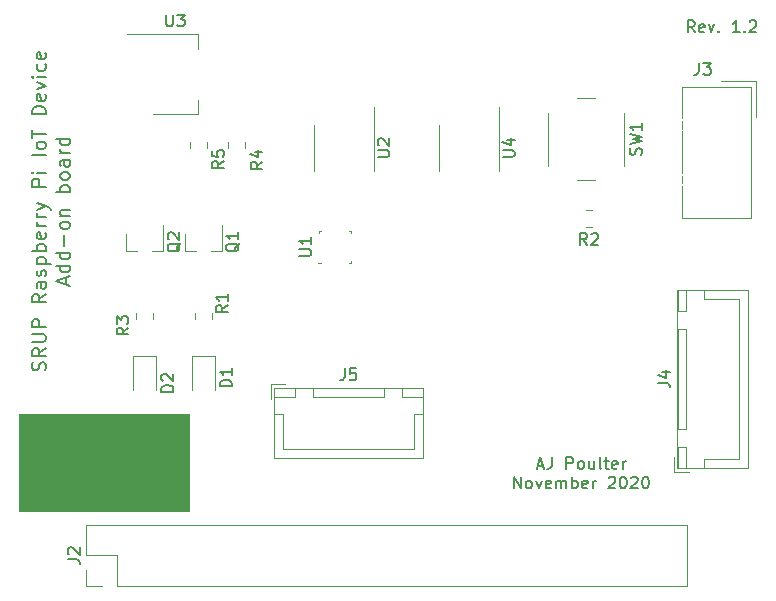
<source format=gbr>
%TF.GenerationSoftware,KiCad,Pcbnew,(5.1.7-0-10_14)*%
%TF.CreationDate,2020-11-05T09:31:43+00:00*%
%TF.ProjectId,ex2device,65783264-6576-4696-9365-2e6b69636164,1.2*%
%TF.SameCoordinates,Original*%
%TF.FileFunction,Legend,Top*%
%TF.FilePolarity,Positive*%
%FSLAX46Y46*%
G04 Gerber Fmt 4.6, Leading zero omitted, Abs format (unit mm)*
G04 Created by KiCad (PCBNEW (5.1.7-0-10_14)) date 2020-11-05 09:31:43*
%MOMM*%
%LPD*%
G01*
G04 APERTURE LIST*
%ADD10C,0.100000*%
%ADD11C,0.200000*%
%ADD12C,0.150000*%
%ADD13C,0.120000*%
G04 APERTURE END LIST*
D10*
G36*
X123400000Y-113000000D02*
G01*
X109000000Y-113000000D01*
X109000000Y-104800000D01*
X123400000Y-104800000D01*
X123400000Y-113000000D01*
G37*
X123400000Y-113000000D02*
X109000000Y-113000000D01*
X109000000Y-104800000D01*
X123400000Y-104800000D01*
X123400000Y-113000000D01*
D11*
X111235714Y-101085714D02*
X111292857Y-100914285D01*
X111292857Y-100628571D01*
X111235714Y-100514285D01*
X111178571Y-100457142D01*
X111064285Y-100400000D01*
X110950000Y-100400000D01*
X110835714Y-100457142D01*
X110778571Y-100514285D01*
X110721428Y-100628571D01*
X110664285Y-100857142D01*
X110607142Y-100971428D01*
X110550000Y-101028571D01*
X110435714Y-101085714D01*
X110321428Y-101085714D01*
X110207142Y-101028571D01*
X110150000Y-100971428D01*
X110092857Y-100857142D01*
X110092857Y-100571428D01*
X110150000Y-100400000D01*
X111292857Y-99200000D02*
X110721428Y-99600000D01*
X111292857Y-99885714D02*
X110092857Y-99885714D01*
X110092857Y-99428571D01*
X110150000Y-99314285D01*
X110207142Y-99257142D01*
X110321428Y-99200000D01*
X110492857Y-99200000D01*
X110607142Y-99257142D01*
X110664285Y-99314285D01*
X110721428Y-99428571D01*
X110721428Y-99885714D01*
X110092857Y-98685714D02*
X111064285Y-98685714D01*
X111178571Y-98628571D01*
X111235714Y-98571428D01*
X111292857Y-98457142D01*
X111292857Y-98228571D01*
X111235714Y-98114285D01*
X111178571Y-98057142D01*
X111064285Y-98000000D01*
X110092857Y-98000000D01*
X111292857Y-97428571D02*
X110092857Y-97428571D01*
X110092857Y-96971428D01*
X110150000Y-96857142D01*
X110207142Y-96800000D01*
X110321428Y-96742857D01*
X110492857Y-96742857D01*
X110607142Y-96800000D01*
X110664285Y-96857142D01*
X110721428Y-96971428D01*
X110721428Y-97428571D01*
X111292857Y-94628571D02*
X110721428Y-95028571D01*
X111292857Y-95314285D02*
X110092857Y-95314285D01*
X110092857Y-94857142D01*
X110150000Y-94742857D01*
X110207142Y-94685714D01*
X110321428Y-94628571D01*
X110492857Y-94628571D01*
X110607142Y-94685714D01*
X110664285Y-94742857D01*
X110721428Y-94857142D01*
X110721428Y-95314285D01*
X111292857Y-93600000D02*
X110664285Y-93600000D01*
X110550000Y-93657142D01*
X110492857Y-93771428D01*
X110492857Y-94000000D01*
X110550000Y-94114285D01*
X111235714Y-93600000D02*
X111292857Y-93714285D01*
X111292857Y-94000000D01*
X111235714Y-94114285D01*
X111121428Y-94171428D01*
X111007142Y-94171428D01*
X110892857Y-94114285D01*
X110835714Y-94000000D01*
X110835714Y-93714285D01*
X110778571Y-93600000D01*
X111235714Y-93085714D02*
X111292857Y-92971428D01*
X111292857Y-92742857D01*
X111235714Y-92628571D01*
X111121428Y-92571428D01*
X111064285Y-92571428D01*
X110950000Y-92628571D01*
X110892857Y-92742857D01*
X110892857Y-92914285D01*
X110835714Y-93028571D01*
X110721428Y-93085714D01*
X110664285Y-93085714D01*
X110550000Y-93028571D01*
X110492857Y-92914285D01*
X110492857Y-92742857D01*
X110550000Y-92628571D01*
X110492857Y-92057142D02*
X111692857Y-92057142D01*
X110550000Y-92057142D02*
X110492857Y-91942857D01*
X110492857Y-91714285D01*
X110550000Y-91600000D01*
X110607142Y-91542857D01*
X110721428Y-91485714D01*
X111064285Y-91485714D01*
X111178571Y-91542857D01*
X111235714Y-91600000D01*
X111292857Y-91714285D01*
X111292857Y-91942857D01*
X111235714Y-92057142D01*
X111292857Y-90971428D02*
X110092857Y-90971428D01*
X110550000Y-90971428D02*
X110492857Y-90857142D01*
X110492857Y-90628571D01*
X110550000Y-90514285D01*
X110607142Y-90457142D01*
X110721428Y-90400000D01*
X111064285Y-90400000D01*
X111178571Y-90457142D01*
X111235714Y-90514285D01*
X111292857Y-90628571D01*
X111292857Y-90857142D01*
X111235714Y-90971428D01*
X111235714Y-89428571D02*
X111292857Y-89542857D01*
X111292857Y-89771428D01*
X111235714Y-89885714D01*
X111121428Y-89942857D01*
X110664285Y-89942857D01*
X110550000Y-89885714D01*
X110492857Y-89771428D01*
X110492857Y-89542857D01*
X110550000Y-89428571D01*
X110664285Y-89371428D01*
X110778571Y-89371428D01*
X110892857Y-89942857D01*
X111292857Y-88857142D02*
X110492857Y-88857142D01*
X110721428Y-88857142D02*
X110607142Y-88800000D01*
X110550000Y-88742857D01*
X110492857Y-88628571D01*
X110492857Y-88514285D01*
X111292857Y-88114285D02*
X110492857Y-88114285D01*
X110721428Y-88114285D02*
X110607142Y-88057142D01*
X110550000Y-88000000D01*
X110492857Y-87885714D01*
X110492857Y-87771428D01*
X110492857Y-87485714D02*
X111292857Y-87200000D01*
X110492857Y-86914285D02*
X111292857Y-87200000D01*
X111578571Y-87314285D01*
X111635714Y-87371428D01*
X111692857Y-87485714D01*
X111292857Y-85542857D02*
X110092857Y-85542857D01*
X110092857Y-85085714D01*
X110150000Y-84971428D01*
X110207142Y-84914285D01*
X110321428Y-84857142D01*
X110492857Y-84857142D01*
X110607142Y-84914285D01*
X110664285Y-84971428D01*
X110721428Y-85085714D01*
X110721428Y-85542857D01*
X111292857Y-84342857D02*
X110492857Y-84342857D01*
X110092857Y-84342857D02*
X110150000Y-84400000D01*
X110207142Y-84342857D01*
X110150000Y-84285714D01*
X110092857Y-84342857D01*
X110207142Y-84342857D01*
X111292857Y-82857142D02*
X110092857Y-82857142D01*
X111292857Y-82114285D02*
X111235714Y-82228571D01*
X111178571Y-82285714D01*
X111064285Y-82342857D01*
X110721428Y-82342857D01*
X110607142Y-82285714D01*
X110550000Y-82228571D01*
X110492857Y-82114285D01*
X110492857Y-81942857D01*
X110550000Y-81828571D01*
X110607142Y-81771428D01*
X110721428Y-81714285D01*
X111064285Y-81714285D01*
X111178571Y-81771428D01*
X111235714Y-81828571D01*
X111292857Y-81942857D01*
X111292857Y-82114285D01*
X110092857Y-81371428D02*
X110092857Y-80685714D01*
X111292857Y-81028571D02*
X110092857Y-81028571D01*
X111292857Y-79371428D02*
X110092857Y-79371428D01*
X110092857Y-79085714D01*
X110150000Y-78914285D01*
X110264285Y-78800000D01*
X110378571Y-78742857D01*
X110607142Y-78685714D01*
X110778571Y-78685714D01*
X111007142Y-78742857D01*
X111121428Y-78800000D01*
X111235714Y-78914285D01*
X111292857Y-79085714D01*
X111292857Y-79371428D01*
X111235714Y-77714285D02*
X111292857Y-77828571D01*
X111292857Y-78057142D01*
X111235714Y-78171428D01*
X111121428Y-78228571D01*
X110664285Y-78228571D01*
X110550000Y-78171428D01*
X110492857Y-78057142D01*
X110492857Y-77828571D01*
X110550000Y-77714285D01*
X110664285Y-77657142D01*
X110778571Y-77657142D01*
X110892857Y-78228571D01*
X110492857Y-77257142D02*
X111292857Y-76971428D01*
X110492857Y-76685714D01*
X111292857Y-76228571D02*
X110492857Y-76228571D01*
X110092857Y-76228571D02*
X110150000Y-76285714D01*
X110207142Y-76228571D01*
X110150000Y-76171428D01*
X110092857Y-76228571D01*
X110207142Y-76228571D01*
X111235714Y-75142857D02*
X111292857Y-75257142D01*
X111292857Y-75485714D01*
X111235714Y-75600000D01*
X111178571Y-75657142D01*
X111064285Y-75714285D01*
X110721428Y-75714285D01*
X110607142Y-75657142D01*
X110550000Y-75600000D01*
X110492857Y-75485714D01*
X110492857Y-75257142D01*
X110550000Y-75142857D01*
X111235714Y-74171428D02*
X111292857Y-74285714D01*
X111292857Y-74514285D01*
X111235714Y-74628571D01*
X111121428Y-74685714D01*
X110664285Y-74685714D01*
X110550000Y-74628571D01*
X110492857Y-74514285D01*
X110492857Y-74285714D01*
X110550000Y-74171428D01*
X110664285Y-74114285D01*
X110778571Y-74114285D01*
X110892857Y-74685714D01*
X112950000Y-93800000D02*
X112950000Y-93228571D01*
X113292857Y-93914285D02*
X112092857Y-93514285D01*
X113292857Y-93114285D01*
X113292857Y-92200000D02*
X112092857Y-92200000D01*
X113235714Y-92200000D02*
X113292857Y-92314285D01*
X113292857Y-92542857D01*
X113235714Y-92657142D01*
X113178571Y-92714285D01*
X113064285Y-92771428D01*
X112721428Y-92771428D01*
X112607142Y-92714285D01*
X112550000Y-92657142D01*
X112492857Y-92542857D01*
X112492857Y-92314285D01*
X112550000Y-92200000D01*
X113292857Y-91114285D02*
X112092857Y-91114285D01*
X113235714Y-91114285D02*
X113292857Y-91228571D01*
X113292857Y-91457142D01*
X113235714Y-91571428D01*
X113178571Y-91628571D01*
X113064285Y-91685714D01*
X112721428Y-91685714D01*
X112607142Y-91628571D01*
X112550000Y-91571428D01*
X112492857Y-91457142D01*
X112492857Y-91228571D01*
X112550000Y-91114285D01*
X112835714Y-90542857D02*
X112835714Y-89628571D01*
X113292857Y-88885714D02*
X113235714Y-89000000D01*
X113178571Y-89057142D01*
X113064285Y-89114285D01*
X112721428Y-89114285D01*
X112607142Y-89057142D01*
X112550000Y-89000000D01*
X112492857Y-88885714D01*
X112492857Y-88714285D01*
X112550000Y-88600000D01*
X112607142Y-88542857D01*
X112721428Y-88485714D01*
X113064285Y-88485714D01*
X113178571Y-88542857D01*
X113235714Y-88600000D01*
X113292857Y-88714285D01*
X113292857Y-88885714D01*
X112492857Y-87971428D02*
X113292857Y-87971428D01*
X112607142Y-87971428D02*
X112550000Y-87914285D01*
X112492857Y-87800000D01*
X112492857Y-87628571D01*
X112550000Y-87514285D01*
X112664285Y-87457142D01*
X113292857Y-87457142D01*
X113292857Y-85971428D02*
X112092857Y-85971428D01*
X112550000Y-85971428D02*
X112492857Y-85857142D01*
X112492857Y-85628571D01*
X112550000Y-85514285D01*
X112607142Y-85457142D01*
X112721428Y-85400000D01*
X113064285Y-85400000D01*
X113178571Y-85457142D01*
X113235714Y-85514285D01*
X113292857Y-85628571D01*
X113292857Y-85857142D01*
X113235714Y-85971428D01*
X113292857Y-84714285D02*
X113235714Y-84828571D01*
X113178571Y-84885714D01*
X113064285Y-84942857D01*
X112721428Y-84942857D01*
X112607142Y-84885714D01*
X112550000Y-84828571D01*
X112492857Y-84714285D01*
X112492857Y-84542857D01*
X112550000Y-84428571D01*
X112607142Y-84371428D01*
X112721428Y-84314285D01*
X113064285Y-84314285D01*
X113178571Y-84371428D01*
X113235714Y-84428571D01*
X113292857Y-84542857D01*
X113292857Y-84714285D01*
X113292857Y-83285714D02*
X112664285Y-83285714D01*
X112550000Y-83342857D01*
X112492857Y-83457142D01*
X112492857Y-83685714D01*
X112550000Y-83800000D01*
X113235714Y-83285714D02*
X113292857Y-83400000D01*
X113292857Y-83685714D01*
X113235714Y-83800000D01*
X113121428Y-83857142D01*
X113007142Y-83857142D01*
X112892857Y-83800000D01*
X112835714Y-83685714D01*
X112835714Y-83400000D01*
X112778571Y-83285714D01*
X113292857Y-82714285D02*
X112492857Y-82714285D01*
X112721428Y-82714285D02*
X112607142Y-82657142D01*
X112550000Y-82600000D01*
X112492857Y-82485714D01*
X112492857Y-82371428D01*
X113292857Y-81457142D02*
X112092857Y-81457142D01*
X113235714Y-81457142D02*
X113292857Y-81571428D01*
X113292857Y-81800000D01*
X113235714Y-81914285D01*
X113178571Y-81971428D01*
X113064285Y-82028571D01*
X112721428Y-82028571D01*
X112607142Y-81971428D01*
X112550000Y-81914285D01*
X112492857Y-81800000D01*
X112492857Y-81571428D01*
X112550000Y-81457142D01*
D12*
X166190476Y-72452380D02*
X165857142Y-71976190D01*
X165619047Y-72452380D02*
X165619047Y-71452380D01*
X166000000Y-71452380D01*
X166095238Y-71500000D01*
X166142857Y-71547619D01*
X166190476Y-71642857D01*
X166190476Y-71785714D01*
X166142857Y-71880952D01*
X166095238Y-71928571D01*
X166000000Y-71976190D01*
X165619047Y-71976190D01*
X167000000Y-72404761D02*
X166904761Y-72452380D01*
X166714285Y-72452380D01*
X166619047Y-72404761D01*
X166571428Y-72309523D01*
X166571428Y-71928571D01*
X166619047Y-71833333D01*
X166714285Y-71785714D01*
X166904761Y-71785714D01*
X167000000Y-71833333D01*
X167047619Y-71928571D01*
X167047619Y-72023809D01*
X166571428Y-72119047D01*
X167380952Y-71785714D02*
X167619047Y-72452380D01*
X167857142Y-71785714D01*
X168238095Y-72357142D02*
X168285714Y-72404761D01*
X168238095Y-72452380D01*
X168190476Y-72404761D01*
X168238095Y-72357142D01*
X168238095Y-72452380D01*
X170000000Y-72452380D02*
X169428571Y-72452380D01*
X169714285Y-72452380D02*
X169714285Y-71452380D01*
X169619047Y-71595238D01*
X169523809Y-71690476D01*
X169428571Y-71738095D01*
X170428571Y-72357142D02*
X170476190Y-72404761D01*
X170428571Y-72452380D01*
X170380952Y-72404761D01*
X170428571Y-72357142D01*
X170428571Y-72452380D01*
X170857142Y-71547619D02*
X170904761Y-71500000D01*
X171000000Y-71452380D01*
X171238095Y-71452380D01*
X171333333Y-71500000D01*
X171380952Y-71547619D01*
X171428571Y-71642857D01*
X171428571Y-71738095D01*
X171380952Y-71880952D01*
X170809523Y-72452380D01*
X171428571Y-72452380D01*
X152909523Y-109141666D02*
X153385714Y-109141666D01*
X152814285Y-109427380D02*
X153147619Y-108427380D01*
X153480952Y-109427380D01*
X154100000Y-108427380D02*
X154100000Y-109141666D01*
X154052380Y-109284523D01*
X153957142Y-109379761D01*
X153814285Y-109427380D01*
X153719047Y-109427380D01*
X155338095Y-109427380D02*
X155338095Y-108427380D01*
X155719047Y-108427380D01*
X155814285Y-108475000D01*
X155861904Y-108522619D01*
X155909523Y-108617857D01*
X155909523Y-108760714D01*
X155861904Y-108855952D01*
X155814285Y-108903571D01*
X155719047Y-108951190D01*
X155338095Y-108951190D01*
X156480952Y-109427380D02*
X156385714Y-109379761D01*
X156338095Y-109332142D01*
X156290476Y-109236904D01*
X156290476Y-108951190D01*
X156338095Y-108855952D01*
X156385714Y-108808333D01*
X156480952Y-108760714D01*
X156623809Y-108760714D01*
X156719047Y-108808333D01*
X156766666Y-108855952D01*
X156814285Y-108951190D01*
X156814285Y-109236904D01*
X156766666Y-109332142D01*
X156719047Y-109379761D01*
X156623809Y-109427380D01*
X156480952Y-109427380D01*
X157671428Y-108760714D02*
X157671428Y-109427380D01*
X157242857Y-108760714D02*
X157242857Y-109284523D01*
X157290476Y-109379761D01*
X157385714Y-109427380D01*
X157528571Y-109427380D01*
X157623809Y-109379761D01*
X157671428Y-109332142D01*
X158290476Y-109427380D02*
X158195238Y-109379761D01*
X158147619Y-109284523D01*
X158147619Y-108427380D01*
X158528571Y-108760714D02*
X158909523Y-108760714D01*
X158671428Y-108427380D02*
X158671428Y-109284523D01*
X158719047Y-109379761D01*
X158814285Y-109427380D01*
X158909523Y-109427380D01*
X159623809Y-109379761D02*
X159528571Y-109427380D01*
X159338095Y-109427380D01*
X159242857Y-109379761D01*
X159195238Y-109284523D01*
X159195238Y-108903571D01*
X159242857Y-108808333D01*
X159338095Y-108760714D01*
X159528571Y-108760714D01*
X159623809Y-108808333D01*
X159671428Y-108903571D01*
X159671428Y-108998809D01*
X159195238Y-109094047D01*
X160100000Y-109427380D02*
X160100000Y-108760714D01*
X160100000Y-108951190D02*
X160147619Y-108855952D01*
X160195238Y-108808333D01*
X160290476Y-108760714D01*
X160385714Y-108760714D01*
X150909523Y-111077380D02*
X150909523Y-110077380D01*
X151480952Y-111077380D01*
X151480952Y-110077380D01*
X152100000Y-111077380D02*
X152004761Y-111029761D01*
X151957142Y-110982142D01*
X151909523Y-110886904D01*
X151909523Y-110601190D01*
X151957142Y-110505952D01*
X152004761Y-110458333D01*
X152100000Y-110410714D01*
X152242857Y-110410714D01*
X152338095Y-110458333D01*
X152385714Y-110505952D01*
X152433333Y-110601190D01*
X152433333Y-110886904D01*
X152385714Y-110982142D01*
X152338095Y-111029761D01*
X152242857Y-111077380D01*
X152100000Y-111077380D01*
X152766666Y-110410714D02*
X153004761Y-111077380D01*
X153242857Y-110410714D01*
X154004761Y-111029761D02*
X153909523Y-111077380D01*
X153719047Y-111077380D01*
X153623809Y-111029761D01*
X153576190Y-110934523D01*
X153576190Y-110553571D01*
X153623809Y-110458333D01*
X153719047Y-110410714D01*
X153909523Y-110410714D01*
X154004761Y-110458333D01*
X154052380Y-110553571D01*
X154052380Y-110648809D01*
X153576190Y-110744047D01*
X154480952Y-111077380D02*
X154480952Y-110410714D01*
X154480952Y-110505952D02*
X154528571Y-110458333D01*
X154623809Y-110410714D01*
X154766666Y-110410714D01*
X154861904Y-110458333D01*
X154909523Y-110553571D01*
X154909523Y-111077380D01*
X154909523Y-110553571D02*
X154957142Y-110458333D01*
X155052380Y-110410714D01*
X155195238Y-110410714D01*
X155290476Y-110458333D01*
X155338095Y-110553571D01*
X155338095Y-111077380D01*
X155814285Y-111077380D02*
X155814285Y-110077380D01*
X155814285Y-110458333D02*
X155909523Y-110410714D01*
X156100000Y-110410714D01*
X156195238Y-110458333D01*
X156242857Y-110505952D01*
X156290476Y-110601190D01*
X156290476Y-110886904D01*
X156242857Y-110982142D01*
X156195238Y-111029761D01*
X156100000Y-111077380D01*
X155909523Y-111077380D01*
X155814285Y-111029761D01*
X157100000Y-111029761D02*
X157004761Y-111077380D01*
X156814285Y-111077380D01*
X156719047Y-111029761D01*
X156671428Y-110934523D01*
X156671428Y-110553571D01*
X156719047Y-110458333D01*
X156814285Y-110410714D01*
X157004761Y-110410714D01*
X157100000Y-110458333D01*
X157147619Y-110553571D01*
X157147619Y-110648809D01*
X156671428Y-110744047D01*
X157576190Y-111077380D02*
X157576190Y-110410714D01*
X157576190Y-110601190D02*
X157623809Y-110505952D01*
X157671428Y-110458333D01*
X157766666Y-110410714D01*
X157861904Y-110410714D01*
X158909523Y-110172619D02*
X158957142Y-110125000D01*
X159052380Y-110077380D01*
X159290476Y-110077380D01*
X159385714Y-110125000D01*
X159433333Y-110172619D01*
X159480952Y-110267857D01*
X159480952Y-110363095D01*
X159433333Y-110505952D01*
X158861904Y-111077380D01*
X159480952Y-111077380D01*
X160100000Y-110077380D02*
X160195238Y-110077380D01*
X160290476Y-110125000D01*
X160338095Y-110172619D01*
X160385714Y-110267857D01*
X160433333Y-110458333D01*
X160433333Y-110696428D01*
X160385714Y-110886904D01*
X160338095Y-110982142D01*
X160290476Y-111029761D01*
X160195238Y-111077380D01*
X160100000Y-111077380D01*
X160004761Y-111029761D01*
X159957142Y-110982142D01*
X159909523Y-110886904D01*
X159861904Y-110696428D01*
X159861904Y-110458333D01*
X159909523Y-110267857D01*
X159957142Y-110172619D01*
X160004761Y-110125000D01*
X160100000Y-110077380D01*
X160814285Y-110172619D02*
X160861904Y-110125000D01*
X160957142Y-110077380D01*
X161195238Y-110077380D01*
X161290476Y-110125000D01*
X161338095Y-110172619D01*
X161385714Y-110267857D01*
X161385714Y-110363095D01*
X161338095Y-110505952D01*
X160766666Y-111077380D01*
X161385714Y-111077380D01*
X162004761Y-110077380D02*
X162100000Y-110077380D01*
X162195238Y-110125000D01*
X162242857Y-110172619D01*
X162290476Y-110267857D01*
X162338095Y-110458333D01*
X162338095Y-110696428D01*
X162290476Y-110886904D01*
X162242857Y-110982142D01*
X162195238Y-111029761D01*
X162100000Y-111077380D01*
X162004761Y-111077380D01*
X161909523Y-111029761D01*
X161861904Y-110982142D01*
X161814285Y-110886904D01*
X161766666Y-110696428D01*
X161766666Y-110458333D01*
X161814285Y-110267857D01*
X161861904Y-110172619D01*
X161909523Y-110125000D01*
X162004761Y-110077380D01*
D13*
%TO.C,U2*%
X133940000Y-82250000D02*
X133940000Y-84200000D01*
X133940000Y-82250000D02*
X133940000Y-80300000D01*
X139060000Y-82250000D02*
X139060000Y-84200000D01*
X139060000Y-82250000D02*
X139060000Y-78800000D01*
%TO.C,U4*%
X144540000Y-82250000D02*
X144540000Y-84200000D01*
X144540000Y-82250000D02*
X144540000Y-80300000D01*
X149660000Y-82250000D02*
X149660000Y-84200000D01*
X149660000Y-82250000D02*
X149660000Y-78800000D01*
%TO.C,SW1*%
X153750000Y-79250000D02*
X153750000Y-83750000D01*
X157750000Y-78000000D02*
X156250000Y-78000000D01*
X160250000Y-83750000D02*
X160250000Y-79250000D01*
X156250000Y-85000000D02*
X157750000Y-85000000D01*
%TO.C,J4*%
X164740000Y-109360000D02*
X170710000Y-109360000D01*
X170710000Y-109360000D02*
X170710000Y-94240000D01*
X170710000Y-94240000D02*
X164740000Y-94240000D01*
X164740000Y-94240000D02*
X164740000Y-109360000D01*
X164750000Y-106050000D02*
X165500000Y-106050000D01*
X165500000Y-106050000D02*
X165500000Y-97550000D01*
X165500000Y-97550000D02*
X164750000Y-97550000D01*
X164750000Y-97550000D02*
X164750000Y-106050000D01*
X164750000Y-109350000D02*
X165500000Y-109350000D01*
X165500000Y-109350000D02*
X165500000Y-107550000D01*
X165500000Y-107550000D02*
X164750000Y-107550000D01*
X164750000Y-107550000D02*
X164750000Y-109350000D01*
X164750000Y-96050000D02*
X165500000Y-96050000D01*
X165500000Y-96050000D02*
X165500000Y-94250000D01*
X165500000Y-94250000D02*
X164750000Y-94250000D01*
X164750000Y-94250000D02*
X164750000Y-96050000D01*
X167000000Y-109350000D02*
X167000000Y-108600000D01*
X167000000Y-108600000D02*
X169950000Y-108600000D01*
X169950000Y-108600000D02*
X169950000Y-101800000D01*
X167000000Y-94250000D02*
X167000000Y-95000000D01*
X167000000Y-95000000D02*
X169950000Y-95000000D01*
X169950000Y-95000000D02*
X169950000Y-101800000D01*
X164450000Y-108400000D02*
X164450000Y-109650000D01*
X164450000Y-109650000D02*
X165700000Y-109650000D01*
%TO.C,J5*%
X130590000Y-102540000D02*
X130590000Y-108510000D01*
X130590000Y-108510000D02*
X143210000Y-108510000D01*
X143210000Y-108510000D02*
X143210000Y-102540000D01*
X143210000Y-102540000D02*
X130590000Y-102540000D01*
X133900000Y-102550000D02*
X133900000Y-103300000D01*
X133900000Y-103300000D02*
X139900000Y-103300000D01*
X139900000Y-103300000D02*
X139900000Y-102550000D01*
X139900000Y-102550000D02*
X133900000Y-102550000D01*
X130600000Y-102550000D02*
X130600000Y-103300000D01*
X130600000Y-103300000D02*
X132400000Y-103300000D01*
X132400000Y-103300000D02*
X132400000Y-102550000D01*
X132400000Y-102550000D02*
X130600000Y-102550000D01*
X141400000Y-102550000D02*
X141400000Y-103300000D01*
X141400000Y-103300000D02*
X143200000Y-103300000D01*
X143200000Y-103300000D02*
X143200000Y-102550000D01*
X143200000Y-102550000D02*
X141400000Y-102550000D01*
X130600000Y-104800000D02*
X131350000Y-104800000D01*
X131350000Y-104800000D02*
X131350000Y-107750000D01*
X131350000Y-107750000D02*
X136900000Y-107750000D01*
X143200000Y-104800000D02*
X142450000Y-104800000D01*
X142450000Y-104800000D02*
X142450000Y-107750000D01*
X142450000Y-107750000D02*
X136900000Y-107750000D01*
X131550000Y-102250000D02*
X130300000Y-102250000D01*
X130300000Y-102250000D02*
X130300000Y-103500000D01*
%TO.C,R5*%
X124935000Y-82227064D02*
X124935000Y-81772936D01*
X123465000Y-82227064D02*
X123465000Y-81772936D01*
%TO.C,R4*%
X128135000Y-82227064D02*
X128135000Y-81772936D01*
X126665000Y-82227064D02*
X126665000Y-81772936D01*
%TO.C,U3*%
X124110000Y-79410000D02*
X124110000Y-78150000D01*
X124110000Y-72590000D02*
X124110000Y-73850000D01*
X120350000Y-79410000D02*
X124110000Y-79410000D01*
X118100000Y-72590000D02*
X124110000Y-72590000D01*
%TO.C,J3*%
X165100000Y-85500000D02*
X165100000Y-88150000D01*
X165100000Y-77100000D02*
X165100000Y-79750000D01*
X165100000Y-88150000D02*
X170950000Y-88150000D01*
X165100000Y-80850000D02*
X165100000Y-84350000D01*
X165100000Y-77100000D02*
X170950000Y-77100000D01*
X170950000Y-77100000D02*
X170950000Y-88150000D01*
X165100000Y-80000000D02*
X165100000Y-80600000D01*
X165100000Y-84600000D02*
X165100000Y-85200000D01*
X168400000Y-76600000D02*
X171400000Y-76600000D01*
X171400000Y-76600000D02*
X171400000Y-79600000D01*
%TO.C,D1*%
X123640000Y-99840000D02*
X123640000Y-102700000D01*
X125560000Y-99840000D02*
X123640000Y-99840000D01*
X125560000Y-102700000D02*
X125560000Y-99840000D01*
%TO.C,D2*%
X120560000Y-102700000D02*
X120560000Y-99840000D01*
X120560000Y-99840000D02*
X118640000Y-99840000D01*
X118640000Y-99840000D02*
X118640000Y-102700000D01*
%TO.C,Q2*%
X118038068Y-90962257D02*
X118968068Y-90962257D01*
X121198068Y-90962257D02*
X120268068Y-90962257D01*
X121198068Y-90962257D02*
X121198068Y-88802257D01*
X118038068Y-90962257D02*
X118038068Y-89502257D01*
%TO.C,R1*%
X125310000Y-96238748D02*
X125310000Y-96761252D01*
X123890000Y-96238748D02*
X123890000Y-96761252D01*
%TO.C,R2*%
X156988748Y-88960000D02*
X157511252Y-88960000D01*
X156988748Y-87540000D02*
X157511252Y-87540000D01*
%TO.C,R3*%
X120310000Y-96238748D02*
X120310000Y-96761252D01*
X118890000Y-96238748D02*
X118890000Y-96761252D01*
%TO.C,J2*%
X165590000Y-119330000D02*
X165590000Y-114130000D01*
X117270000Y-119330000D02*
X165590000Y-119330000D01*
X114670000Y-114130000D02*
X165590000Y-114130000D01*
X117270000Y-119330000D02*
X117270000Y-116730000D01*
X117270000Y-116730000D02*
X114670000Y-116730000D01*
X114670000Y-116730000D02*
X114670000Y-114130000D01*
X116000000Y-119330000D02*
X114670000Y-119330000D01*
X114670000Y-119330000D02*
X114670000Y-118000000D01*
%TO.C,Q1*%
X123018768Y-90962257D02*
X123948768Y-90962257D01*
X126178768Y-90962257D02*
X125248768Y-90962257D01*
X126178768Y-90962257D02*
X126178768Y-88802257D01*
X123018768Y-90962257D02*
X123018768Y-89502257D01*
D10*
%TO.C,U1*%
X134550000Y-92000000D02*
X134300000Y-92000000D01*
X134400000Y-89300000D02*
X134550000Y-89300000D01*
X134400000Y-89450000D02*
X134400000Y-89300000D01*
X137100000Y-89300000D02*
X137100000Y-89450000D01*
X137100000Y-89300000D02*
X136950000Y-89300000D01*
X137100000Y-92000000D02*
X136950000Y-92000000D01*
X137110000Y-92000000D02*
X137110000Y-91850000D01*
%TO.C,U2*%
D12*
X139352380Y-83011904D02*
X140161904Y-83011904D01*
X140257142Y-82964285D01*
X140304761Y-82916666D01*
X140352380Y-82821428D01*
X140352380Y-82630952D01*
X140304761Y-82535714D01*
X140257142Y-82488095D01*
X140161904Y-82440476D01*
X139352380Y-82440476D01*
X139447619Y-82011904D02*
X139400000Y-81964285D01*
X139352380Y-81869047D01*
X139352380Y-81630952D01*
X139400000Y-81535714D01*
X139447619Y-81488095D01*
X139542857Y-81440476D01*
X139638095Y-81440476D01*
X139780952Y-81488095D01*
X140352380Y-82059523D01*
X140352380Y-81440476D01*
%TO.C,U4*%
X149952380Y-83011904D02*
X150761904Y-83011904D01*
X150857142Y-82964285D01*
X150904761Y-82916666D01*
X150952380Y-82821428D01*
X150952380Y-82630952D01*
X150904761Y-82535714D01*
X150857142Y-82488095D01*
X150761904Y-82440476D01*
X149952380Y-82440476D01*
X150285714Y-81535714D02*
X150952380Y-81535714D01*
X149904761Y-81773809D02*
X150619047Y-82011904D01*
X150619047Y-81392857D01*
%TO.C,SW1*%
X161654761Y-82833333D02*
X161702380Y-82690476D01*
X161702380Y-82452380D01*
X161654761Y-82357142D01*
X161607142Y-82309523D01*
X161511904Y-82261904D01*
X161416666Y-82261904D01*
X161321428Y-82309523D01*
X161273809Y-82357142D01*
X161226190Y-82452380D01*
X161178571Y-82642857D01*
X161130952Y-82738095D01*
X161083333Y-82785714D01*
X160988095Y-82833333D01*
X160892857Y-82833333D01*
X160797619Y-82785714D01*
X160750000Y-82738095D01*
X160702380Y-82642857D01*
X160702380Y-82404761D01*
X160750000Y-82261904D01*
X160702380Y-81928571D02*
X161702380Y-81690476D01*
X160988095Y-81500000D01*
X161702380Y-81309523D01*
X160702380Y-81071428D01*
X161702380Y-80166666D02*
X161702380Y-80738095D01*
X161702380Y-80452380D02*
X160702380Y-80452380D01*
X160845238Y-80547619D01*
X160940476Y-80642857D01*
X160988095Y-80738095D01*
%TO.C,J4*%
X163102380Y-102133333D02*
X163816666Y-102133333D01*
X163959523Y-102180952D01*
X164054761Y-102276190D01*
X164102380Y-102419047D01*
X164102380Y-102514285D01*
X163435714Y-101228571D02*
X164102380Y-101228571D01*
X163054761Y-101466666D02*
X163769047Y-101704761D01*
X163769047Y-101085714D01*
%TO.C,J5*%
X136566666Y-100902380D02*
X136566666Y-101616666D01*
X136519047Y-101759523D01*
X136423809Y-101854761D01*
X136280952Y-101902380D01*
X136185714Y-101902380D01*
X137519047Y-100902380D02*
X137042857Y-100902380D01*
X136995238Y-101378571D01*
X137042857Y-101330952D01*
X137138095Y-101283333D01*
X137376190Y-101283333D01*
X137471428Y-101330952D01*
X137519047Y-101378571D01*
X137566666Y-101473809D01*
X137566666Y-101711904D01*
X137519047Y-101807142D01*
X137471428Y-101854761D01*
X137376190Y-101902380D01*
X137138095Y-101902380D01*
X137042857Y-101854761D01*
X136995238Y-101807142D01*
%TO.C,R5*%
X126342380Y-83366666D02*
X125866190Y-83700000D01*
X126342380Y-83938095D02*
X125342380Y-83938095D01*
X125342380Y-83557142D01*
X125390000Y-83461904D01*
X125437619Y-83414285D01*
X125532857Y-83366666D01*
X125675714Y-83366666D01*
X125770952Y-83414285D01*
X125818571Y-83461904D01*
X125866190Y-83557142D01*
X125866190Y-83938095D01*
X125342380Y-82461904D02*
X125342380Y-82938095D01*
X125818571Y-82985714D01*
X125770952Y-82938095D01*
X125723333Y-82842857D01*
X125723333Y-82604761D01*
X125770952Y-82509523D01*
X125818571Y-82461904D01*
X125913809Y-82414285D01*
X126151904Y-82414285D01*
X126247142Y-82461904D01*
X126294761Y-82509523D01*
X126342380Y-82604761D01*
X126342380Y-82842857D01*
X126294761Y-82938095D01*
X126247142Y-82985714D01*
%TO.C,R4*%
X129602380Y-83416666D02*
X129126190Y-83750000D01*
X129602380Y-83988095D02*
X128602380Y-83988095D01*
X128602380Y-83607142D01*
X128650000Y-83511904D01*
X128697619Y-83464285D01*
X128792857Y-83416666D01*
X128935714Y-83416666D01*
X129030952Y-83464285D01*
X129078571Y-83511904D01*
X129126190Y-83607142D01*
X129126190Y-83988095D01*
X128935714Y-82559523D02*
X129602380Y-82559523D01*
X128554761Y-82797619D02*
X129269047Y-83035714D01*
X129269047Y-82416666D01*
%TO.C,U3*%
X121438095Y-70952380D02*
X121438095Y-71761904D01*
X121485714Y-71857142D01*
X121533333Y-71904761D01*
X121628571Y-71952380D01*
X121819047Y-71952380D01*
X121914285Y-71904761D01*
X121961904Y-71857142D01*
X122009523Y-71761904D01*
X122009523Y-70952380D01*
X122390476Y-70952380D02*
X123009523Y-70952380D01*
X122676190Y-71333333D01*
X122819047Y-71333333D01*
X122914285Y-71380952D01*
X122961904Y-71428571D01*
X123009523Y-71523809D01*
X123009523Y-71761904D01*
X122961904Y-71857142D01*
X122914285Y-71904761D01*
X122819047Y-71952380D01*
X122533333Y-71952380D01*
X122438095Y-71904761D01*
X122390476Y-71857142D01*
%TO.C,J3*%
X166566666Y-75052380D02*
X166566666Y-75766666D01*
X166519047Y-75909523D01*
X166423809Y-76004761D01*
X166280952Y-76052380D01*
X166185714Y-76052380D01*
X166947619Y-75052380D02*
X167566666Y-75052380D01*
X167233333Y-75433333D01*
X167376190Y-75433333D01*
X167471428Y-75480952D01*
X167519047Y-75528571D01*
X167566666Y-75623809D01*
X167566666Y-75861904D01*
X167519047Y-75957142D01*
X167471428Y-76004761D01*
X167376190Y-76052380D01*
X167090476Y-76052380D01*
X166995238Y-76004761D01*
X166947619Y-75957142D01*
%TO.C,D1*%
X127002380Y-102438095D02*
X126002380Y-102438095D01*
X126002380Y-102200000D01*
X126050000Y-102057142D01*
X126145238Y-101961904D01*
X126240476Y-101914285D01*
X126430952Y-101866666D01*
X126573809Y-101866666D01*
X126764285Y-101914285D01*
X126859523Y-101961904D01*
X126954761Y-102057142D01*
X127002380Y-102200000D01*
X127002380Y-102438095D01*
X127002380Y-100914285D02*
X127002380Y-101485714D01*
X127002380Y-101200000D02*
X126002380Y-101200000D01*
X126145238Y-101295238D01*
X126240476Y-101390476D01*
X126288095Y-101485714D01*
%TO.C,D2*%
X122052380Y-102888095D02*
X121052380Y-102888095D01*
X121052380Y-102650000D01*
X121100000Y-102507142D01*
X121195238Y-102411904D01*
X121290476Y-102364285D01*
X121480952Y-102316666D01*
X121623809Y-102316666D01*
X121814285Y-102364285D01*
X121909523Y-102411904D01*
X122004761Y-102507142D01*
X122052380Y-102650000D01*
X122052380Y-102888095D01*
X121147619Y-101935714D02*
X121100000Y-101888095D01*
X121052380Y-101792857D01*
X121052380Y-101554761D01*
X121100000Y-101459523D01*
X121147619Y-101411904D01*
X121242857Y-101364285D01*
X121338095Y-101364285D01*
X121480952Y-101411904D01*
X122052380Y-101983333D01*
X122052380Y-101364285D01*
%TO.C,Q2*%
X122665687Y-90297495D02*
X122618068Y-90392733D01*
X122522829Y-90487971D01*
X122379972Y-90630828D01*
X122332353Y-90726066D01*
X122332353Y-90821304D01*
X122570448Y-90773685D02*
X122522829Y-90868923D01*
X122427591Y-90964161D01*
X122237115Y-91011780D01*
X121903782Y-91011780D01*
X121713306Y-90964161D01*
X121618068Y-90868923D01*
X121570448Y-90773685D01*
X121570448Y-90583209D01*
X121618068Y-90487971D01*
X121713306Y-90392733D01*
X121903782Y-90345114D01*
X122237115Y-90345114D01*
X122427591Y-90392733D01*
X122522829Y-90487971D01*
X122570448Y-90583209D01*
X122570448Y-90773685D01*
X121665687Y-89964161D02*
X121618068Y-89916542D01*
X121570448Y-89821304D01*
X121570448Y-89583209D01*
X121618068Y-89487971D01*
X121665687Y-89440352D01*
X121760925Y-89392733D01*
X121856163Y-89392733D01*
X121999020Y-89440352D01*
X122570448Y-90011780D01*
X122570448Y-89392733D01*
%TO.C,R1*%
X126652380Y-95566666D02*
X126176190Y-95900000D01*
X126652380Y-96138095D02*
X125652380Y-96138095D01*
X125652380Y-95757142D01*
X125700000Y-95661904D01*
X125747619Y-95614285D01*
X125842857Y-95566666D01*
X125985714Y-95566666D01*
X126080952Y-95614285D01*
X126128571Y-95661904D01*
X126176190Y-95757142D01*
X126176190Y-96138095D01*
X126652380Y-94614285D02*
X126652380Y-95185714D01*
X126652380Y-94900000D02*
X125652380Y-94900000D01*
X125795238Y-94995238D01*
X125890476Y-95090476D01*
X125938095Y-95185714D01*
%TO.C,R2*%
X157083333Y-90452380D02*
X156750000Y-89976190D01*
X156511904Y-90452380D02*
X156511904Y-89452380D01*
X156892857Y-89452380D01*
X156988095Y-89500000D01*
X157035714Y-89547619D01*
X157083333Y-89642857D01*
X157083333Y-89785714D01*
X157035714Y-89880952D01*
X156988095Y-89928571D01*
X156892857Y-89976190D01*
X156511904Y-89976190D01*
X157464285Y-89547619D02*
X157511904Y-89500000D01*
X157607142Y-89452380D01*
X157845238Y-89452380D01*
X157940476Y-89500000D01*
X157988095Y-89547619D01*
X158035714Y-89642857D01*
X158035714Y-89738095D01*
X157988095Y-89880952D01*
X157416666Y-90452380D01*
X158035714Y-90452380D01*
%TO.C,R3*%
X118252380Y-97466666D02*
X117776190Y-97800000D01*
X118252380Y-98038095D02*
X117252380Y-98038095D01*
X117252380Y-97657142D01*
X117300000Y-97561904D01*
X117347619Y-97514285D01*
X117442857Y-97466666D01*
X117585714Y-97466666D01*
X117680952Y-97514285D01*
X117728571Y-97561904D01*
X117776190Y-97657142D01*
X117776190Y-98038095D01*
X117252380Y-97133333D02*
X117252380Y-96514285D01*
X117633333Y-96847619D01*
X117633333Y-96704761D01*
X117680952Y-96609523D01*
X117728571Y-96561904D01*
X117823809Y-96514285D01*
X118061904Y-96514285D01*
X118157142Y-96561904D01*
X118204761Y-96609523D01*
X118252380Y-96704761D01*
X118252380Y-96990476D01*
X118204761Y-97085714D01*
X118157142Y-97133333D01*
%TO.C,J2*%
X113122380Y-117063333D02*
X113836666Y-117063333D01*
X113979523Y-117110952D01*
X114074761Y-117206190D01*
X114122380Y-117349047D01*
X114122380Y-117444285D01*
X113217619Y-116634761D02*
X113170000Y-116587142D01*
X113122380Y-116491904D01*
X113122380Y-116253809D01*
X113170000Y-116158571D01*
X113217619Y-116110952D01*
X113312857Y-116063333D01*
X113408095Y-116063333D01*
X113550952Y-116110952D01*
X114122380Y-116682380D01*
X114122380Y-116063333D01*
%TO.C,Q1*%
X127646387Y-90297495D02*
X127598768Y-90392733D01*
X127503529Y-90487971D01*
X127360672Y-90630828D01*
X127313053Y-90726066D01*
X127313053Y-90821304D01*
X127551148Y-90773685D02*
X127503529Y-90868923D01*
X127408291Y-90964161D01*
X127217815Y-91011780D01*
X126884482Y-91011780D01*
X126694006Y-90964161D01*
X126598768Y-90868923D01*
X126551148Y-90773685D01*
X126551148Y-90583209D01*
X126598768Y-90487971D01*
X126694006Y-90392733D01*
X126884482Y-90345114D01*
X127217815Y-90345114D01*
X127408291Y-90392733D01*
X127503529Y-90487971D01*
X127551148Y-90583209D01*
X127551148Y-90773685D01*
X127551148Y-89392733D02*
X127551148Y-89964161D01*
X127551148Y-89678447D02*
X126551148Y-89678447D01*
X126694006Y-89773685D01*
X126789244Y-89868923D01*
X126836863Y-89964161D01*
%TO.C,U1*%
X132737380Y-91396904D02*
X133546904Y-91396904D01*
X133642142Y-91349285D01*
X133689761Y-91301666D01*
X133737380Y-91206428D01*
X133737380Y-91015952D01*
X133689761Y-90920714D01*
X133642142Y-90873095D01*
X133546904Y-90825476D01*
X132737380Y-90825476D01*
X133737380Y-89825476D02*
X133737380Y-90396904D01*
X133737380Y-90111190D02*
X132737380Y-90111190D01*
X132880238Y-90206428D01*
X132975476Y-90301666D01*
X133023095Y-90396904D01*
%TD*%
M02*

</source>
